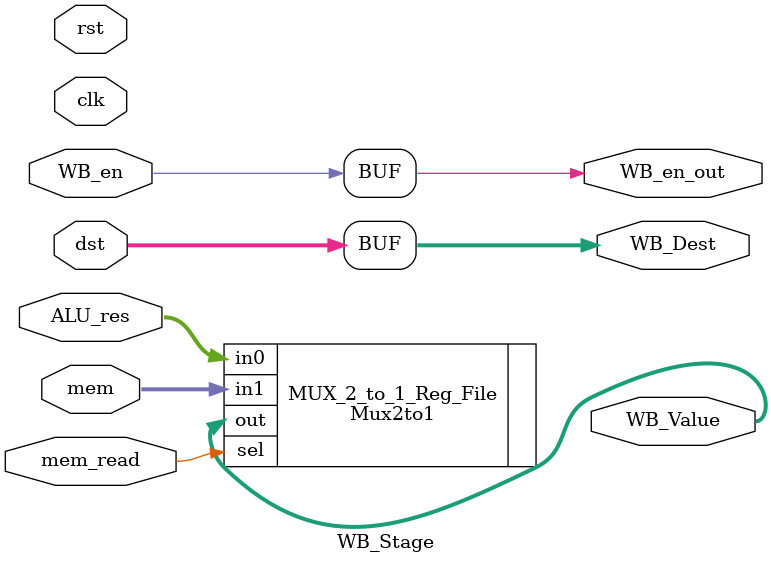
<source format=v>
module WB_Stage
(
    input                    clk,
    input                    rst,
    input [3:0] dst,
    input [31:0] ALU_res,
    input [31:0] mem,
    input mem_read, WB_en,

    output [3:0] WB_Dest,
    output WB_en_out,
    output [31:0] WB_Value
);

assign WB_Dest = dst;
assign WB_en_out = WB_en;

Mux2to1 #(.DATA_WIDTH(32)) MUX_2_to_1_Reg_File (
		.in0(ALU_res), .in1(mem),
		.sel(mem_read),
		.out(WB_Value)
	);

endmodule




</source>
